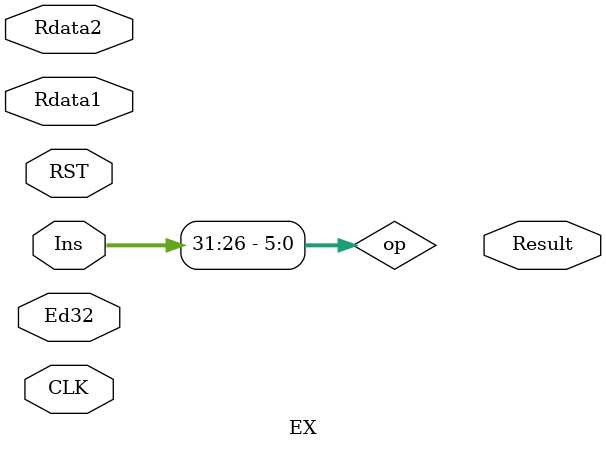
<source format=v>
module EX (
    input  CLK, RST,
    input [31:0] Ins, Rdata1, Rdata2, Ed32,
    output [31:0] Result
);
`include "common_param.vh"
wire [5:0] op;
assign op = Ins[31:26];
function [31:0] MUX2;
    input [31:0] Ed32;
    input [31:0] Rdata2;
    input [5:0] op;
    input [5:0] funct;

    if (op == R_FORM) begin
        MUX2 = Radr2;
    end 
    else begin
        MUX2 = Ed32;
    end
endfunction

endmodule
</source>
